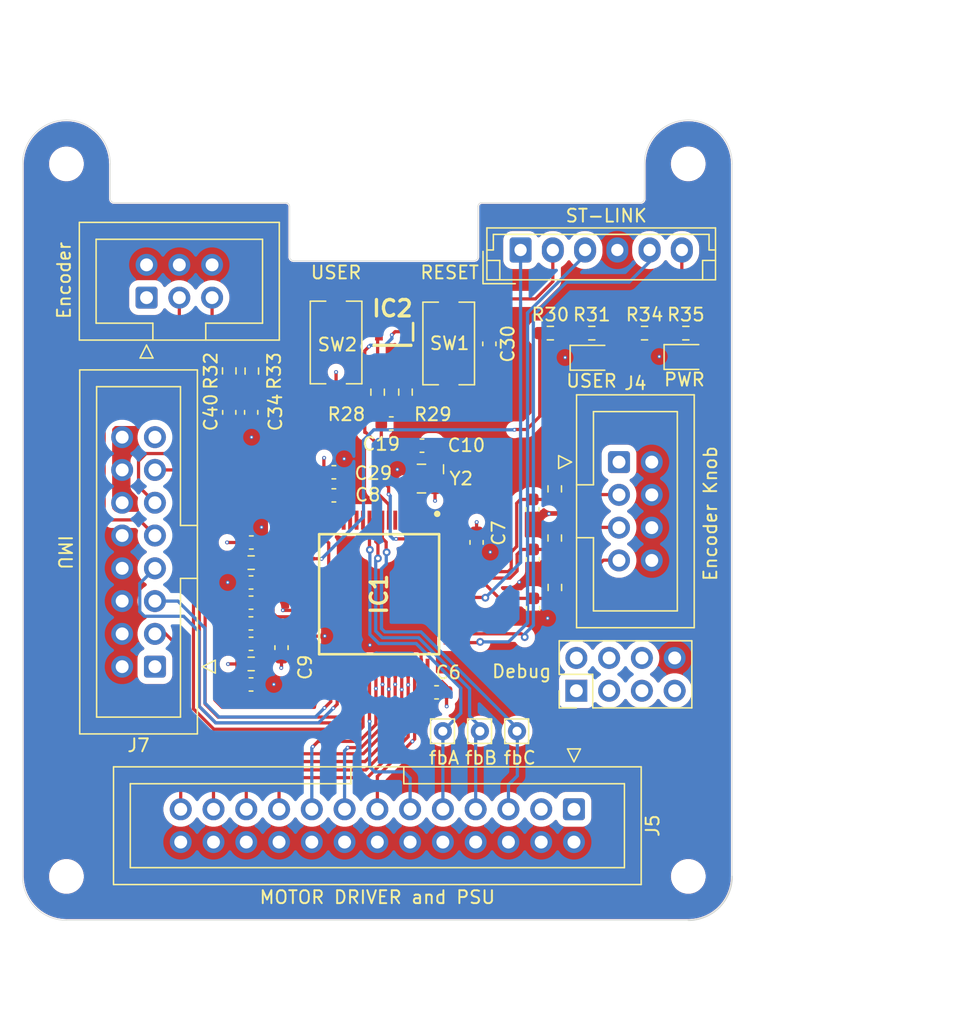
<source format=kicad_pcb>
(kicad_pcb (version 20241229) (generator "pcbnew") (generator_version "9.0")
  (layers (0 "F.Cu" signal) (4 "In1.Cu" signal) (6 "In2.Cu" signal) (2 "B.Cu" signal) (13 "F.Paste" user) (15 "B.Paste" user) (5 "F.SilkS" user "F.Silkscreen") (7 "B.SilkS" user "B.Silkscreen") (1 "F.Mask" user) (3 "B.Mask" user) (25 "Edge.Cuts" user))
  (net 0 "")
  (net 1 "GND")
  (net 2 "VDD")
  (net 3 "VDDA")
  (net 4 "VREF+")
  (net 5 "USER")
  (net 6 "NRST")
  (net 7 "/Connector and Sensor/Encoder1 B")
  (net 8 "/Connector and Sensor/Encoder2 B")
  (net 9 "/Connector and Sensor/Encoder2 A")
  (net 10 "/Connector and Sensor/Button")
  (net 11 "/Connector and Sensor/Encoder1 A")
  (net 12 "Net-(D4-A)")
  (net 13 "/Connector and Sensor/TIM1_CH3")
  (net 15 "/Connector and Sensor/IMU_MISO")
  (net 16 "/Connector and Sensor/NFAULT")
  (net 17 "SWCLK")
  (net 18 "/Connector and Sensor/Vcurrfdbk_B")
  (net 20 "LED")
  (net 31 "/Connector and Sensor/Vcurrfdbk_C")
  (net 34 "/Connector and Sensor/IMU_INT1")
  (net 35 "SWDIO")
  (net 36 "/Connector and Sensor/NSLEEP")
  (net 37 "/Connector and Sensor/IMU_SCLK")
  (net 38 "/Connector and Sensor/IMU_MOSI")
  (net 43 "/Connector and Sensor/TIM1_CH2")
  (net 45 "/Connector and Sensor/TIM1_CH3N")
  (net 46 "OSC")
  (net 47 "/Connector and Sensor/TIM1_CH2N")
  (net 48 "/Connector and Sensor/TIM1_CH1N")
  (net 49 "/Connector and Sensor/IMU_INT2")
  (net 52 "/Connector and Sensor/TIM1_CH1")
  (net 56 "/Connector and Sensor/Vcurrfdbk_A")
  (net 57 "/Connector and Sensor/IMU_CS")
  (net 58 "SWO")
  (net 59 "Net-(IC2-K2)")
  (net 60 "Net-(J3-Pin_3)")
  (net 61 "Net-(J3-Pin_5)")
  (net 62 "+5V")
  (net 63 "Net-(J4-Pin_3)")
  (net 64 "Net-(J4-Pin_7)")
  (net 65 "Net-(J4-Pin_5)")
  (net 67 "Net-(R30-Pad2)")
  (net 69 "Net-(D5-A)")
  (net 70 "Net-(R34-Pad2)")
  (footprint "Connector_IDC:IDC-Header_2x04_P2.54mm_Vertical" (layer "F.Cu") (at 146.33 85.5)
    (property "Reference" "J4")
    (property "Value" "Encoder2")
  )
  (footprint "Resistor_SMD:R_0603_1608Metric" (layer "F.Cu") (at 141.35 91.385 90)
    (property "Reference" "R37" (hide yes))
    (property "Value" "1k")
  )
  (footprint "Capacitor_SMD:C_0603_1608Metric" (layer "F.Cu") (at 116.12 81.65 90)
    (property "Reference" "C40")
    (property "Value" "1.5nF")
  )
  (footprint "Oscillator:Oscillator_SMD_SeikoEpson_TG2520SMN-xxx-xxxxxx-4Pin_2.5x2.0mm" (layer "F.Cu") (at 131.02 86.78 -90)
    (property "Reference" "Y2")
    (property "Value" "TG2520SMN-32.0Mhz")
  )
  (footprint "MountingHole:MountingHole_2.5mm" (layer "F.Cu") (at 151.7 117.6)
    (property "Reference" "H2" (hide yes))
    (property "Value" "MountingHole")
  )
  (footprint "Button_Switch_SMD:SW_Tactile_SPST_NO_Straight_CK_PTS636Sx25SMTRLFS" (layer "F.Cu") (at 133.13 76.31 90)
    (property "Reference" "SW1")
    (property "Value" "SW_Push")
  )
  (footprint "Capacitor_SMD:C_0603_1608Metric" (layer "F.Cu") (at 120.17 99.875 -90)
    (property "Reference" "C9")
    (property "Value" "0.1uF")
  )
  (footprint "Capacitor_SMD:C_0603_1608Metric" (layer "F.Cu") (at 135.29 91.725 90)
    (property "Reference" "C7")
    (property "Value" "0.1uF")
  )
  (footprint "Capacitor_SMD:C_0603_1608Metric" (layer "F.Cu") (at 139.67 96.835 90)
    (property "Reference" "C37" (hide yes))
    (property "Value" "1.5nF")
  )
  (footprint "Resistor_SMD:R_0603_1608Metric" (layer "F.Cu") (at 141.01 75.51)
    (property "Reference" "R30")
    (property "Value" "3.6")
  )
  (footprint "Capacitor_SMD:C_0603_1608Metric" (layer "F.Cu") (at 124.23 88.08 180)
    (property "Reference" "C8")
    (property "Value" "0.1uF")
  )
  (footprint "MountingHole:MountingHole_2.5mm" (layer "F.Cu") (at 103.5 117.6)
    (property "Reference" "H1" (hide yes))
    (property "Value" "MountingHole")
  )
  (footprint "Capacitor_SMD:C_0603_1608Metric" (layer "F.Cu") (at 128.68 82.51)
    (property "Reference" "C19")
    (property "Value" "0.1uF")
  )
  (footprint "Connector_IDC:IDC-Header_2x08_P2.54mm_Vertical" (layer "F.Cu") (at 110.36 101.35 180)
    (property "Reference" "J7")
    (property "Value" "IMU")
  )
  (footprint "Capacitor_SMD:C_0603_1608Metric" (layer "F.Cu") (at 139.65 93.045 90)
    (property "Reference" "C36" (hide yes))
    (property "Value" "1.5nF")
  )
  (footprint "Capacitor_SMD:C_0603_1608Metric" (layer "F.Cu") (at 131.06 84.23 180)
    (property "Reference" "C10")
    (property "Value" "0.1uF")
  )
  (footprint "Capacitor_SMD:C_0603_1608Metric" (layer "F.Cu") (at 124.23 86.29 180)
    (property "Reference" "C29")
    (property "Value" "10uF")
  )
  (footprint "MountingHole:MountingHole_2.5mm" (layer "F.Cu") (at 103.5 62.4)
    (property "Reference" "H4" (hide yes))
    (property "Value" "MountingHole")
  )
  (footprint "Resistor_SMD:R_0603_1608Metric" (layer "F.Cu") (at 117.82 93.29)
    (property "Reference" "L3" (hide yes))
    (property "Value" "L_Ferrite 600R@100MHz")
  )
  (footprint "Capacitor_SMD:C_0603_1608Metric" (layer "F.Cu") (at 117.83 91.73)
    (property "Reference" "C16" (hide yes))
    (property "Value" "0.1uF")
  )
  (footprint "Resistor_SMD:R_0603_1608Metric" (layer "F.Cu") (at 151.51 75.51)
    (property "Reference" "R35")
    (property "Value" "3.6")
  )
  (footprint "Capacitor_SMD:C_0603_1608Metric" (layer "F.Cu") (at 132.19 103.34)
    (property "Reference" "C6")
    (property "Value" "0.1uF")
  )
  (footprint "Connector_PinHeader_2.54mm:PinHeader_2x04_P2.54mm_Vertical" (layer "F.Cu") (at 143.025 103.215 90)
    (property "Reference" "J1" (hide yes))
    (property "Value" "Conn_02x04_Top_Bottom")
  )
  (footprint "Capacitor_SMD:C_0603_1608Metric" (layer "F.Cu") (at 136.28 76.34 -90)
    (property "Reference" "C30")
    (property "Value" "0.1uF")
  )
  (footprint "Connector_JST:JST_EH_B6B-EH-A_1x06_P2.50mm_Vertical" (layer "F.Cu") (at 138.7 69.07)
    (property "Reference" "J2" (hide yes))
    (property "Value" "ST-Link")
  )
  (footprint "LED_SMD:LED_0805_2012Metric" (layer "F.Cu") (at 151.51 77.36)
    (property "Reference" "D5" (hide yes))
    (property "Value" "Red LED")
  )
  (footprint "LED_SMD:LED_0805_2012Metric" (layer "F.Cu") (at 144.2275 77.42)
    (property "Reference" "D4" (hide yes))
    (property "Value" "Red LED")
  )
  (footprint "Connector_IDC:IDC-Header_2x13_P2.54mm_Vertical" (layer "F.Cu") (at 142.84 112.4 -90)
    (property "Reference" "J5")
    (property "Value" "Conn_02x13_Odd_Even")
  )
  (footprint "Capacitor_SMD:C_0603_1608Metric" (layer "F.Cu") (at 117.81 94.83 180)
    (property "Reference" "C17" (hide yes))
    (property "Value" "0.1uF")
  )
  (footprint "SamacSys_Parts:QFP50P1200X1200X160-64N" (layer "F.Cu") (at 127.738 95.738 -90)
    (property "Reference" "IC1")
    (property "Value" "STM32G474RET6" (hide yes))
  )
  (footprint "Connector_IDC:IDC-Header_2x03_P2.54mm_Vertical" (layer "F.Cu") (at 109.71 72.76 90)
    (property "Reference" "J3" (hide yes))
    (property "Value" "Encoder1")
  )
  (footprint "Resistor_SMD:R_0603_1608Metric" (layer "F.Cu") (at 141.36 95.215 90)
    (property "Reference" "R38" (hide yes))
    (property "Value" "1k")
  )
  (footprint "Resistor_SMD:R_0603_1608Metric" (layer "F.Cu") (at 148.31 75.51)
    (property "Reference" "R34")
    (property "Value" "3.6")
  )
  (footprint "Connector_Pin:Pin_D0.7mm_L6.5mm_W1.8mm_FlatFork" (layer "F.Cu") (at 138.425 106.35)
    (property "Reference" "TP1" (hide yes))
    (property "Value" "TestPoint_Probe")
  )
  (footprint "Resistor_SMD:R_0603_1608Metric" (layer "F.Cu") (at 116.12 78.435 90)
    (property "Reference" "R32")
    (property "Value" "1k")
  )
  (footprint "Resistor_SMD:R_0603_1608Metric" (layer "F.Cu") (at 127.62 80.085 90)
    (property "Reference" "R28")
    (property "Value" "330")
  )
  (footprint "Resistor_SMD:R_0603_1608Metric" (layer "F.Cu") (at 141.35 87.575 90)
    (property "Reference" "R36" (hide yes))
    (property "Value" "1k")
  )
  (footprint "Capacitor_SMD:C_0603_1608Metric" (layer "F.Cu") (at 117.81 99.58 180)
    (property "Reference" "C14" (hide yes))
    (property "Value" "0.1uF")
  )
  (footprint "Capacitor_SMD:C_0603_1608Metric" (layer "F.Cu") (at 139.62 89.17 90)
    (property "Reference" "C35" (hide yes))
    (property "Value" "1.5nF")
  )
  (footprint "SamacSys_Parts:SOT105P242X150-3N" (layer "F.Cu") (at 128.77 76.455 -90)
    (property "Reference" "IC2")
    (property "Value" "ESDA6V1L" (hide yes))
  )
  (footprint "Resistor_SMD:R_0603_1608Metric" (layer "F.Cu") (at 144.22 75.51)
    (property "Reference" "R31")
    (property "Value" "3.6")
  )
  (footprint "Connector_Pin:Pin_D0.7mm_L6.5mm_W1.8mm_FlatFork" (layer "F.Cu") (at 135.55 106.35)
    (property "Reference" "TP2" (hide yes))
    (property "Value" "TestPoint_Probe")
  )
  (footprint "Resistor_SMD:R_0603_1608Metric" (layer "F.Cu") (at 129.78 80.08 90)
    (property "Reference" "R29")
    (property "Value" "100k")
  )
  (footprint "Connector_Pin:Pin_D0.7mm_L6.5mm_W1.8mm_FlatFork" (layer "F.Cu") (at 132.675 106.35)
    (property "Reference" "TP3" (hide yes))
    (property "Value" "TestPoint_Probe")
  )
  (footprint "Button_Switch_SMD:SW_Tactile_SPST_NO_Straight_CK_PTS636Sx25SMTRLFS" (layer "F.Cu") (at 124.4 76.235 -90)
    (property "Reference" "SW2")
    (property "Value" "SW_Push")
  )
  (footprint "Capacitor_SMD:C_0603_1608Metric" (layer "F.Cu") (at 117.81 96.39 180)
    (property "Reference" "C18" (hide yes))
    (property "Value" "1uF")
  )
  (footprint "Capacitor_SMD:C_0603_1608Metric" (layer "F.Cu") (at 117.81 102.73)
    (property "Reference" "C13" (hide yes))
    (property "Value" "0.1uF")
  )
  (footprint "Capacitor_SMD:C_0603_1608Metric" (layer "F.Cu") (at 117.8 98 180)
    (property "Reference" "C15" (hide yes))
    (property "Value" "1uF")
  )
  (footprint "Resistor_SMD:R_0603_1608Metric" (layer "F.Cu") (at 117.87 78.45 90)
    (property "Reference" "R33")
    (property "Value" "1k")
  )
  (footprint "Resistor_SMD:R_0603_1608Metric" (layer "F.Cu") (at 117.82 101.14)
    (property "Reference" "L4" (hide yes))
    (property "Value" "L_Ferrite 600R@100MHz")
  )
  (footprint "MountingHole:MountingHole_2.5mm" (layer "F.Cu") (at 151.6958 62.4)
    (property "Reference" "H3" (hide yes))
    (property "Value" "MountingHole")
  )
  (footprint "Capacitor_SMD:C_0603_1608Metric" (layer "F.Cu") (at 117.82 81.65 90)
    (property "Reference" "C34")
    (property "Value" "1.5nF")
  )
  (gr_line (start 107.2 65.4) (end 120.5 65.4) (stroke (width 0.05)) (layer "Edge.Cuts"))
  (gr_line (start 148.3 62.4) (end 148.3 65.1) (stroke (width 0.05)) (layer "Edge.Cuts"))
  (gr_line (start 121.1 69.9) (end 135.1 69.9) (stroke (width 0.05)) (layer "Edge.Cuts"))
  (gr_arc (start 151.7 59) (mid 154.104163 59.995837) (end 155.1 62.4) (stroke (width 0.05)) (layer "Edge.Cuts"))
  (gr_line (start 106.9 62.4) (end 106.9 65.1) (stroke (width 0.05)) (layer "Edge.Cuts"))
  (gr_arc (start 107.2 65.4) (mid 106.987868 65.312132) (end 106.9 65.1) (stroke (width 0.05)) (layer "Edge.Cuts"))
  (gr_arc (start 155.1 117.6) (mid 154.104163 120.004163) (end 151.7 121) (stroke (width 0.1)) (layer "Edge.Cuts"))
  (gr_line (start 120.8 65.7) (end 120.8 69.6) (stroke (width 0.05)) (layer "Edge.Cuts"))
  (gr_arc (start 148.3 65.1) (mid 148.212132 65.312132) (end 148 65.4) (stroke (width 0.05)) (layer "Edge.Cuts"))
  (gr_line (start 100.1 62.4) (end 100.1 117.6) (stroke (width 0.05)) (layer "Edge.Cuts"))
  (gr_arc (start 148.3 62.4) (mid 149.295837 59.995837) (end 151.7 59) (stroke (width 0.05)) (layer "Edge.Cuts"))
  (gr_arc (start 100.1 62.4) (mid 101.095837 59.995837) (end 103.5 59) (stroke (width 0.05)) (layer "Edge.Cuts"))
  (gr_line (start 135.7 65.4) (end 148 65.4) (stroke (width 0.05)) (layer "Edge.Cuts"))
  (gr_arc (start 120.5 65.4) (mid 120.712132 65.487868) (end 120.8 65.7) (stroke (width 0.05)) (layer "Edge.Cuts"))
  (gr_line (start 103.5 121) (end 151.7 121) (stroke (width 0.05)) (layer "Edge.Cuts"))
  (gr_arc (start 103.5 59) (mid 105.904163 59.995837) (end 106.9 62.4) (stroke (width 0.05)) (layer "Edge.Cuts"))
  (gr_line (start 155.1 117.6) (end 155.1 62.4) (stroke (width 0.05)) (layer "Edge.Cuts"))
  (gr_arc (start 103.5 121) (mid 101.095837 120.004163) (end 100.1 117.6) (stroke (width 0.05)) (layer "Edge.Cuts"))
  (gr_line (start 135.4 69.6) (end 135.4 65.7) (stroke (width 0.05)) (layer "Edge.Cuts"))
  (gr_arc (start 121.1 69.9) (mid 120.887868 69.812132) (end 120.8 69.6) (stroke (width 0.05)) (layer "Edge.Cuts"))
  (gr_arc (start 135.4 69.6) (mid 135.312132 69.812132) (end 135.1 69.9) (stroke (width 0.05)) (layer "Edge.Cuts"))
  (gr_arc (start 135.4 65.7) (mid 135.487868 65.487868) (end 135.7 65.4) (stroke (width 0.05)) (layer "Edge.Cuts"))
  (gr_text "fbC" (at 137.3 109 0) (layer "F.SilkS") (effects (font (size 1 1)) (justify left bottom)))
  (gr_text "RESET" (at 133.2 71.4 0) (layer "F.SilkS") (effects (font (size 1 1)) (justify bottom)))
  (gr_text "Encoder Knob" (at 154 94.8 90) (layer "F.SilkS") (effects (font (size 1 1)) (justify left bottom)))
  (gr_text "IMU" (at 102.8 92.5 270) (layer "F.SilkS") (effects (font (size 1 1)) (justify bottom)))
  (gr_text "PWR" (at 151.4 79.7 0) (layer "F.SilkS") (effects (font (size 1 1)) (justify bottom)))
  (gr_text "ST-LINK" (at 142.1 67 0) (layer "F.SilkS") (effects (font (size 1 1)) (justify left bottom)))
  (gr_text "fbA" (at 131.5 109 0) (layer "F.SilkS") (effects (font (size 1 1)) (justify left bottom)))
  (gr_text "Debug" (at 136.4 102.3 0) (layer "F.SilkS") (effects (font (size 1 1)) (justify left bottom)))
  (gr_text "USER" (at 144.2 79.8 0) (layer "F.SilkS") (effects (font (size 1 1)) (justify bottom)))
  (gr_text "MOTOR DRIVER and PSU" (at 127.6 119.8 0) (layer "F.SilkS") (effects (font (size 1 1)) (justify bottom)))
  (gr_text "fbB" (at 134.3 109 0) (layer "F.SilkS") (effects (font (size 1 1)) (justify left bottom)))
  (gr_text "USER" (at 124.4 71.4 0) (layer "F.SilkS") (effects (font (size 1 1)) (justify bottom)))
  (gr_text "Encoder" (at 103.9 74.5 90) (layer "F.SilkS") (effects (font (size 1 1)) (justify left bottom)))
  (segment (start 133.13 78.75) (end 133.13 80.185) (width 0.25) (layer "F.Cu") (net 1))
  (segment (start 135.278 92.488) (end 135.29 92.5) (width 0.25) (layer "F.Cu") (net 1))
  (segment (start 130.615 80.185) (end 133.13 80.185) (width 0.25) (layer "F.Cu") (net 1))
  (segment (start 131.415 103.145) (end 130.98 102.71) (width 0.25) (layer "F.Cu") (net 1))
  (segment (start 129.97 86.08) (end 129.97 84.545) (width 0.25) (layer "F.Cu") (net 1))
  (segment (start 123.512 98.988) (end 123.525 98.975) (width 0.25) (layer "F.Cu") (net 1))
  (segment (start 129.455 81.23) (end 129.78 80.905) (width 0.25) (layer "F.Cu") (net 1))
  (segment (start 130.988 102.702) (end 130.98 102.694) (width 0.25) (layer "F.Cu") (net 1))
  (segment (start 133.476 92.488) (end 135.278 92.488) (width 0.25) (layer "F.Cu") (net 1))
  (segment (start 129.455 82.51) (end 129.455 81.23) (width 0.25) (layer "F.Cu") (net 1))
  (segment (start 139.58 93.82) (end 138.6 94.8) (width 0.25) (layer "F.Cu") (net 1))
  (segment (start 118.605 91.73) (end 118.605 90.57) (width 0.25) (layer "F.Cu") (net 1))
  (segment (start 120.288 96.988) (end 120.275 96.975) (width 0.25) (layer "F.Cu") (net 1))
  (segment (start 142.17 77.42) (end 142.15 77.4) (width 0.25) (layer "F.Cu") (net 1))
  (segment (start 116.005 94.83) (end 116 94.825) (width 0.25) (layer "F.Cu") (net 1))
  (segment (start 130.285 84.23) (end 130.285 83.34) (width 0.25) (layer "F.Cu") (net 1))
  (segment (start 135.555 80.185) (end 136.28 79.46) (width 0.25) (layer "F.Cu") (net 1))
  (segment (start 130.285 83.34) (end 129.455 82.51) (width 0.25) (layer "F.Cu") (net 1))
  (segment (start 131.415 103.34) (end 131.415 103.145) (width 0.25) (layer "F.Cu") (net 1))
  (segment (start 129.97 86.08) (end 129.155 86.08) (width 0.25) (layer "F.Cu") (net 1))
  (segment (start 117.035 94.83) (end 116.005 94.83) (width 0.25) (layer "F.Cu") (net 1))
  (segment (start 119.57 102.73) (end 119.575 102.725) (width 0.25) (layer "F.Cu") (net 1))
  (segment (start 122 96.988) (end 120.288 96.988) (width 0.25) (layer "F.Cu") (net 1))
  (segment (start 149.45 77.325) (end 149.485 77.36) (width 0.25) (layer "F.Cu") (net 1))
  (segment (start 122 98.988) (end 123.512 98.988) (width 0.25) (layer "F.Cu") (net 1))
  (segment (start 124.488 90) (end 124.488 88.597) (width 0.25) (layer "F.Cu") (net 1))
  (segment (start 130.988 100.138) (end 130.8 99.95) (width 0.25) (layer "F.Cu") (net 1))
  (segment (start 117.035 96.39) (end 117.035 94.83) (width 0.25) (layer "F.Cu") (net 1))
  (segment (start 135.29 92.5) (end 136.325 92.5) (width 0.25) (layer "F.Cu") (net 1))
  (segment (start 139.62 89.88) (end 140 89.5) (width 0.25) (layer "F.Cu") (net 1))
  (segment (start 136.28 79.46) (end 136.28 77.115) (width 0.25) (layer "F.Cu") (net 1))
  (segment (start 133.15 78.73) (end 133.13 78.75) (width 0.25) (layer "F.Cu") (net 1))
  (segment (start 117.82 83.545) (end 117.85 83.575) (width 0.25) (layer "F.Cu") (net 1))
  (segment (start 130.8 99.95) (end 130.125 99.95) (width 0.25) (layer "F.Cu") (net 1))
  (segment (start 128.77 77.505) (end 131.925 77.505) (width 0.25) (layer "F.Cu") (net 1))
  (segment (start 130.988 101.476) (end 130.988 100.138) (width 0.25) (layer "F.Cu") (net 1))
  (segment (start 130.98 102.694) (end 130.98 101.484) (width 0.25) (layer "F.Cu") (net 1))
  (segment (start 120.17 99.1) (end 120.282 98.988) (width 0.25) (layer "F.Cu") (net 1))
  (segment (start 133.13 80.185) (end 135.555 80.185) (width 0.25) (layer "F.Cu") (net 1))
  (segment (start 117.035 99.58) (end 117.035 98.01) (width 0.25) (layer "F.Cu") (net 1))
  (segment (start 125.005 85.27) (end 125.025 85.25) (width 0.25) (layer "F.Cu") (net 1))
  (segment (start 130.125 99.95) (end 127.3 99.95) (width 0.25) (layer "F.Cu") (net 1))
  (segment (start 116.12 82.425) (end 117.82 82.425) (width 0.25) (layer "F.Cu") (net 1))
  (segment (start 143.29 77.42) (end 142.17 77.42) (width 0.25) (layer "F.Cu") (net 1))
  (segment (start 139.65 93.82) (end 139.58 93.82) (width 0.25) (layer "F.Cu") (net 1))
  (segment (start 149.485 77.36) (end 150.5725 77.36) (width 0.25) (layer "F.Cu") (net 1))
  (segment (start 118.605 90.57) (end 118.625 90.55) (width 0.25) (layer "F.Cu") (net 1))
  (segment (start 117.035 98.01) (end 117.025 98) (width 0.25) (layer "F.Cu") (net 1))
  (segment (start 129.97 84.545) (end 130.285 84.23) (width 0.25) (layer "F.Cu") (net 1))
  (segment (start 139.67 97.61) (end 140.79 97.61) (width 0.25) (layer "F.Cu") (net 1))
  (segment (start 117.025 96.4) (end 117.035 96.39) (width 0.25) (layer "F.Cu") (net 1))
  (segment (start 139.62 89.945) (end 139.62 89.88) (width 0.25) (layer "F.Cu") (net 1))
  (segment (start 136.325 92.5) (end 136.35 92.475) (width 0.25) (layer "F.Cu") (net 1))
  (segment (start 117.025 98) (end 117.025 96.4) (width 0.25) (layer "F.Cu") (net 1))
  (segment (start 127.3 99.95) (end 127.025 99.675) (width 0.25) (layer "F.Cu") (net 1))
  (segment (start 118.585 102.73) (end 119.57 102.73) (width 0.25) (layer "F.Cu") (net 1))
  (segment (start 140.79 97.61) (end 140.8 97.6) (width 0.25) (layer "F.Cu") (net 1))
  (segment (start 120.282 98.988) (end 122 98.988) (width 0.25) (layer "F.Cu") (net 1))
  (segment (start 130.98 101.484) (end 130.988 101.476) (width 0.25) (layer "F.Cu") (net 1))
  (segment (start 125.005 88.08) (end 125.005 86.29) (width 0.25) (layer "F.Cu") (net 1))
  (segment (start 129.155 86.08) (end 129.15 86.075) (width 0.25) (layer "F.Cu") (net 1))
  (segment (start 125.005 86.29) (end 125.005 85.27) (width 0.25) (layer "F.Cu") (net 1))
  (segment (start 117.82 82.425) (end 117.82 83.545) (width 0.25) (layer "F.Cu") (net 1))
  (segment (start 129.78 80.905) (end 129.895 80.905) (width 0.25) (layer "F.Cu") (net 1))
  (segment (start 124.488 88.597) (end 125.005 88.08) (width 0.25) (layer "F.Cu") (net 1))
  (segment (start 140 89.5) (end 140.9 89.5) (width 0.25) (layer "F.Cu") (net 1))
  (segment (start 131.925 77.505) (end 133.15 78.73) (width 0.25) (layer "F.Cu") (net 1))
  (segment (start 129.895 80.905) (end 130.615 80.185) (width 0.25) (layer "F.Cu") (net 1))
  (via (at 136.35 92.475) (size 0.3) (drill 0.15) (layers "F.Cu" "B.Cu") (net 1))
  (via (at 142.15 77.4) (size 0.3) (drill 0.15) (layers "F.Cu" "B.Cu") (net 1))
  (via (at 140.8 97.6) (size 0.3) (drill 0.15) (layers "F.Cu" "B.Cu") (net 1))
  (via (at 119.575 102.725) (size 0.3) (drill 0.15) (layers "F.Cu" "B.Cu") (net 1))
  (via (at 127.025 99.675) (size 0.3) (drill 0.15) (layers "F.Cu" "B.Cu") (net 1))
  (via (at 129.15 86.075) (size 0.3) (drill 0.15) (layers "F.Cu" "B.Cu") (net 1))
  (via (at 117.85 83.575) (size 0.3) (drill 0.15) (layers "F.Cu" "B.Cu") (net 1))
  (via (at 120.275 96.975) (size 0.3) (drill 0.15) (layers "F.Cu" "B.Cu") (net 1))
  (via (at 149.45 77.325) (size 0.3) (drill 0.15) (layers "F.Cu" "B.Cu") (net 1))
  (via (at 123.525 98.975) (size 0.3) (drill 0.15) (layers "F.Cu" "B.Cu") (net 1))
  (via (at 125.025 85.25) (size 0.3) (drill 0.15) (layers "F.Cu" "B.Cu") (net 1))
  (via (at 140.9 89.5) (size 0.3) (drill 0.15) (layers "F.Cu" "B.Cu") (net 1))
  (via (at 138.6 94.8) (size 0.3) (drill 0.15) (layers "F.Cu" "B.Cu") (net 1))
  (via (at 118.625 90.55) (size 0.3) (drill 0.15) (layers "F.Cu" "B.Cu") (net 1))
  (via (at 116 94.825) (size 0.3) (drill 0.15) (layers "F.Cu" "B.Cu") (net 1))
  (segment (start 131.835 84.23) (end 132.67 84.23) (width 0.25) (layer "F.Cu") (net 2))
  (segment (start 123.455 86.29) (end 123.455 85.195) (width 0.25) (layer "F.Cu") (net 2))
  (segment (start 117.055 93.23) (end 116.995 93.29) (width 0.25) (layer "F.Cu") (net 2))
  (segment (start 132.67 84.23) (end 133.07 84.63) (width 0.25) (layer "F.Cu") (net 2))
  (segment (start 117.035 102.73) (end 117.035 101.18) (width 0.25) (layer "F.Cu") (net 2))
  (segment (start 150.7 73.05) (end 151.025 72.725) (width 0.25) (layer "F.Cu") (net 2))
  (segment (start 131.68 102.5) (end 131.488 102.308) (width 0.25) (layer "F.Cu") (net 2))
  (segment (start 132.07 88.5) (end 132.07 87.48) (width 0.25) (layer "F.Cu") (net 2))
  (segment (start 123.988 90) (end 123.988 88.613) (width 0.25) (layer "F.Cu") (net 2))
  (segment (start 123.455 88.08) (end 123.455 86.29) (width 0.25) (layer "F.Cu") (net 2))
  (segment (start 116.035 101.14) (end 116.025 101.15) (width 0.25) (layer "F.Cu") (net 2))
  (segment (start 117.035 101.18) (end 116.995 101.14) (width 0.25) (layer "F.Cu") (net 2))
  (segment (start 132.965 104.415) (end 132.975 104.425) (width 0.25) (layer "F.Cu") (net 2))
  (segment (start 133.07 87.16) (end 132.75 87.48) (width 0.25) (layer "F.Cu") (net 2))
  (segment (start 124.4 80.11) (end 124.4 78.525) (width 0.25) (layer "F.Cu") (net 2))
  (segment (start 120.17 100.65) (end 120.17 101.43) (width 0.25) (layer "F.Cu") (net 2))
  (segment (start 135.29 90.16) (end 135.3 90.15) (width 0.25) (layer "F.Cu") (net 2))
  (segment (start 147.485 75.51) (end 147.485 73.765) (width 0.25) (layer "F.Cu") (net 2))
  (segment (start 134.252 91.988) (end 135.29 90.95) (width 0.25) (layer "F.Cu") (net 2))
  (segment (start 135.29 90.95) (end 135.29 90.16) (width 0.25) (layer "F.Cu") (net 2))
  (segment (start 117.055 91.73) (end 115.955 91.73) (width 0.25) (layer "F.Cu") (net 2))
  (segment (start 120.17 100.65) (end 120.838 100.65) (width 0.25) (layer "F.Cu") (net 2))
  (segment (start 132.6 102.5) (end 131.68 102.5) (width 0.25) (layer "F.Cu") (net 2))
  (segment (start 123.988 88.613) (end 123.455 88.08) (width 0.25) (layer "F.Cu") (net 2))
  (segment (start 132.965 103.34) (end 132.965 104.415) (width 0.25) (layer "F.Cu") (net 2))
  (segment (start 132.965 103.34) (end 132.965 102.865) (width 0.25) (layer "F.Cu") (net 2))
  (segment (start 147.485 73.765) (end 148.2 73.05) (width 0.25) (layer "F.Cu") (net 2))
  (segment (start 133.476 91.988) (end 134.252 91.988) (width 0.25) (layer "F.Cu") (net 2))
  (segment (start 115.955 91.73) (end 115.95 91.725) (width 0.25) (layer "F.Cu") (net 2))
  (segment (start 116.995 101.14) (end 116.035 101.14) (width 0.25) (layer "F.Cu") (net 2))
  (segment (start 132.965 102.865) (end 132.6 102.5) (width 0.25) (layer "F.Cu") (net 2))
  (segment (start 151.2 72.575) (end 151.2 69.07) (width 0.25) (layer "F.Cu") (net 2))
  (segment (start 131.488 102.308) (end 131.488 101.476) (width 0.25) (layer "F.Cu") (net 2))
  (segment (start 151.025 72.725) (end 151.05 72.725) (width 0.25) (layer "F.Cu") (net 2))
  (segment (start 151.05 72.725) (end 151.2 72.575) (width 0.25) (layer "F.Cu") (net 2))
  (segment (start 148.2 73.05) (end 150.7 73.05) (width 0.25) (layer "F.Cu") (net 2))
  (segment (start 123.455 85.195) (end 123.475 85.175) (width 0.25) (layer "F.Cu") (net 2))
  (segment (start 117.055 91.73) (end 117.055 93.23) (width 0.25) (layer "F.Cu") (net 2))
  (segment (start 133.07 84.63) (end 133.07 87.16) (width 0.25) (layer "F.Cu") (net 2))
  (segment (start 120.838 100.65) (end 122 99.488) (width 0.25) (layer "F.Cu") (net 2))
  (segment (start 132.75 87.48) (end 132.07 87.48) (width 0.25) (layer "F.Cu") (net 2))
  (segment (start 120.17 101.43) (end 120.15 101.45) (width 0.25) (layer "F.Cu") (net 2))
  (via (at 115.95 91.725) (size 0.3) (drill 0.15) (layers "F.Cu" "B.Cu") (net 2))
  (via (at 120.15 101.45) (size 0.3) (drill 0.15) (layers "F.Cu" "B.Cu") (net 2))
  (via (at 135.3 90.15) (size 0.3) (drill 0.15) (layers "F.Cu" "B.Cu") (net 2))
  (via (at 124.4 78.525) (size 0.3) (drill 0.15) (layers "F.Cu" "B.Cu") (net 2))
  (via (at 132.975 104.425) (size 0.3) (drill 0.15) (layers "F.Cu" "B.Cu") (net 2))
  (via (at 116.025 101.15) (size 0.3) (drill 0.15) (layers "F.Cu" "B.Cu") (net 2))
  (via (at 132.07 88.5) (size 0.3) (drill 0.15) (layers "F.Cu" "B.Cu") (net 2))
  (via (at 123.475 85.175) (size 0.3) (drill 0.15) (layers "F.Cu" "B.Cu") (net 2))
  (segment (start 121.988 98) (end 122 97.988) (width 0.25) (layer "F.Cu") (net 3))
  (segment (start 118.575 98) (end 121.988 98) (width 0.25) (layer "F.Cu") (net 3))
  (segment (start 118.645 101.14) (end 118.645 99.64) (width 0.25) (layer "F.Cu") (net 3))
  (segment (start 118.585 99.58) (end 118.585 98.01) (width 0.25) (layer "F.Cu") (net 3))
  (segment (start 118.585 98.01) (end 118.575 98) (width 0.25) (layer "F.Cu") (net 3))
  (segment (start 118.645 99.64) (end 118.585 99.58) (width 0.25) (layer "F.Cu") (net 3))
  (segment (start 119.908 97.488) (end 122 97.488) (width 0.25) (layer "F.Cu") (net 4))
  (segment (start 119.17 96.39) (end 119.52 96.74) (width 0.25) (layer "F.Cu") (net 4))
  (segment (start 119.52 97.22) (end 119.788 97.488) (width 0.25) (layer "F.Cu") (net 4))
  (segment (start 118.585 94.83) (end 118.585 93.35) (width 0.25) (layer "F.Cu") (net 4))
  (segment (start 118.585 96.39) (end 119.17 96.39) (width 0.25) (layer "F.Cu") (net 4))
  (segment (start 119.52 96.74) (end 119.52 97.22) (width 0.25) (layer "F.Cu") (net 4))
  (segment (start 119.788 97.488) (end 119.908 97.488) (width 0.25) (layer "F.Cu") (net 4))
  (segment (start 118.585 96.39) (end 118.585 94.83) (width 0.25) (layer "F.Cu") (net 4))
  (segment (start 118.585 93.35) (end 118.645 93.29) (width 0.25) (layer "F.Cu") (net 4))
  (segment (start 130.725 91.45) (end 129.05 91.45) (width 0.25) (layer "F.Cu") (net 5))
  (segment (start 130.988 90) (end 130.988 91.187) (width 0.25) (layer "F.Cu") (net 5))
  (segment (start 128.475 87.45) (end 127.905 86.88) (width 0.25) (layer "F.Cu") (net 5))
  (segment (start 127.905 86.88) (end 127.905 82.51) (width 0.25) (layer "F.Cu") (net 5))
  (segment (start 128.475 88) (end 128.475 87.45) (width 0.25) (layer "F.Cu") (net 5))
  (segment (start 130.988 91.187) (end 130.725 91.45) (width 0.25) (layer "F.Cu") (net 5))
  (segment (start 127.62 80.91) (end 127.62 82.225) (width 0.25) (layer "F.Cu") (net 5))
  (segment (start 127.62 82.225) (end 127.905 82.51) (width 0.25) (layer "F.Cu") (net 5))
  (via (at 128.475 88) (size 0.3) (drill 0.15) (layers "F.Cu" "B.Cu") (net 5))
  (via (at 129.05 91.45) (size 0.3) (drill 0.15) (layers "F.Cu" "B.Cu") (net 5))
  (segment (start 128.6 91.225) (end 128.6 88.125) (width 0.25) (layer "B.Cu") (net 5))
  (segment (start 128.825 91.45) (end 128.6 91.225) (width 0.25) (layer "B.Cu") (net 5))
  (segment (start 129.05 91.45) (end 128.825 91.45) (width 0.25) (layer "B.Cu") (net 5))
  (segment (start 128.6 88.125) (end 128.475 88) (width 0.25) (layer "B.Cu") (net 5))
  (segment (start 128.488 88.788) (end 128.2 88.5) (width 0.25) (layer "F.Cu") (net 6))
  (segment (start 133.13 75.11) (end 133.13 72.435) (width 0.25) (layer "F.Cu") (net 6))
  (segment (start 128.488 90) (end 128.488 88.788) (width 0.25) (layer "F.Cu") (net 6))
  (segment (start 132.835 75.405) (end 133.13 75.11) (width 0.25) (layer "F.Cu") (net 6))
  (segment (start 129.815 75.4) (end 129.82 75.405) (width 0.25) (layer "F.Cu") (net 6))
  (segment (start 126.625 83.2) (end 126.625 76.875) (width 0.25) (layer "F.Cu") (net 6))
  (segment (start 136.28 72.86) (end 139.85 72.86) (width 0.25) (layer "F.Cu") (net 6))
  (segment (start 128.725 75.65) (end 128.975 75.4) (width 0.25) (layer "F.Cu") (net 6))
  (segment (start 139.85 72.86) (end 141.21 71.5) (width 0.25) (layer "F.Cu") (net 6))
  (segment (start 127.35 87.65) (end 127.35 83.85) (width 0.25) (layer "F.Cu") (net 6))
  (segment (start 129.82 75.405) (end 132.835 75.405) (width 0.25) (layer "F.Cu") (net 6))
  (segment (start 128.975 75.4) (end 129.815 75.4) (width 0.25) (layer "F.Cu") (net 6))
  (segment (start 126.625 76.875) (end 126.95 76.55) (width 0.25) (layer "F.Cu") (net 6))
  (segment (start 141.21 71.5) (end 141.2 71.49) (width 0.25) (layer "F.Cu") (net 6))
  (segment (start 127.35 83.85) (end 126.7 83.2) (width 0.25) (layer "F.Cu") (net 6))
  (segment (start 136.28 75.565) (end 136.28 72.86) (width 0.25) (layer "F.Cu") (net 6))
  (segment (start 126.7 83.2) (end 126.625 83.2) (width 0.25) (layer "F.Cu") (net 6))
  (segment (start 135.855 72.435) (end 133.13 72.435) (width 0.25) (layer "F.Cu") (net 6))
  (segment (start 141.2 71.49) (end 141.2 69.07) (width 0.25) (layer "F.Cu") (net 6))
  (segment (start 136.28 72.86) (end 135.855 72.435) (width 0.25) (layer "F.Cu") (net 6))
  (segment (start 128.2 88.5) (end 127.35 87.65) (width 0.25) (layer "F.Cu") (net 6))
  (via (at 128.725 75.65) (size 0.3) (drill 0.15) (layers "F.Cu" "B.Cu") (net 6))
  (via (at 126.95 76.55) (size 0.3) (drill 0.15) (layers "F.Cu" "B.Cu") (net 6))
  (segment (start 128.725 75.925) (end 128.725 75.65) (width 0.25) (layer "B.Cu") (net 6))
  (segment (start 127.05 76.45) (end 128.2 76.45) (width 0.25) (layer "B.Cu") (net 6))
  (segment (start 126.95 76.55) (end 127.05 76.45) (width 0.25) (layer "B.Cu") (net 6))
  (segment (start 128.2 76.45) (end 128.725 75.925) (width 0.25) (layer "B.Cu") (net 6))
  (segment (start 117.82 80.875) (end 118.945 80.875) (width 0.25) (layer "F.Cu") (net 7))
  (segment (start 119.65 87.59) (end 123.83 91.77) (width 0.25) (layer "F.Cu") (net 7))
  (segment (start 123.83 93.59) (end 123.432 93.988) (width 0.25) (layer "F.Cu") (net 7))
  (segment (start 117.82 80.875) (end 117.82 79.325) (width 0.25) (layer "F.Cu") (net 7))
  (segment (start 123.83 91.77) (end 123.83 93.59) (width 0.25) (layer "F.Cu") (net 7))
  (segment (start 123.432 93.988) (end 122 93.988) (width 0.25) (layer "F.Cu") (net 7))
  (segment (start 117.82 79.325) (end 117.87 79.275) (width 0.25) (layer "F.Cu") (net 7))
  (segment (start 118.945 80.875) (end 119.65 81.58) (width 0.25) (layer "F.Cu") (net 7))
  (segment (start 119.65 81.58) (end 119.65 87.59) (width 0.25) (layer "F.Cu") (net 7))
  (segment (start 137.976095 93.756095) (end 137.74419 93.988) (width 0.25) (layer "F.Cu") (net 8))
  (segment (start 139.62 88.395) (end 138.695 88.395) (width 0.25) (layer "F.Cu") (net 8))
  (segment (start 137.976095 92.466095) (end 137.976095 93.756095) (width 0.25) (layer "F.Cu") (net 8))
  (segment (start 139.62 88.395) (end 141.345 88.395) (width 0.25) (layer "F.Cu") (net 8))
  (segment (start 138.695 88.395) (end 138.4 88.69) (width 0.25) (layer "F.Cu") (net 8))
  (segment (start 138.4 88.69) (end 138.4 92.04219) (width 0.25) (layer "F.Cu") (net 8))
  (segment (start 141.345 88.395) (end 141.35 88.4) (width 0.25) (layer "F.Cu") (net 8))
  (segment (start 138.4 92.04219) (end 137.976095 92.466095) (width 0.25) (layer "F.Cu") (net 8))
  (segment (start 137.74419 93.988) (end 133.476 93.988) (width 0.25) (layer "F.Cu") (net 8))
  (segment (start 133.476 94.488) (end 137.882 94.488) (width 0.25) (layer "F.Cu") (net 9))
  (segment (start 138.81 92.27) (end 139.65 92.27) (width 0.25) (layer "F.Cu") (net 9))
  (segment (start 137.882 94.488) (end 138.43 93.94) (width 0.25) (layer "F.Cu") (net 9))
  (segment (start 138.43 92.65) (end 138.81 92.27) (width 0.25) (layer "F.Cu") (net 9))
  (segment (start 141.29 92.27) (end 141.35 92.21) (width 0.25) (layer "F.Cu") (net 9))
  (segment (start 139.65 92.27) (end 141.29 92.27) (width 0.25) (layer "F.Cu") (net 9))
  (segment (start 138.43 93.94) (end 138.43 92.65) (width 0.25) (layer "F.Cu") (net 9))
  (segment (start 137.06 96.06) (end 139.67 96.06) (width 0.25) (layer "F.Cu") (net 10))
  (segment (start 141.34 96.06) (end 141.36 96.04) (width 0.25) (layer "F.Cu") (net 10))
  (segment (start 135.988 94.988) (end 137.06 96.06) (width 0.25) (layer "F.Cu") (net 10))
  (segment (start 133.476 94.988) (end 135.988 94.988) (width 0.25) (layer "F.Cu") (net 10))
  (segment (start 139.67 96.06) (end 141.34 96.06) (width 0.25) (layer "F.Cu") (net 10))
  (segment (start 116.12 80.875) (end 116.12 79.26) (width 0.25) (layer "F.Cu") (net 11))
  (segment (start 120.038 93.488) (end 122 93.488) (width 0.25) (layer "F.Cu") (net 11))
  (segment (start 118.93 88.83) (end 119.75 89.65) (width 0.25) (layer "F.Cu") (net 11))
  (segment (start 119.75 93.2) (end 120.038 93.488) (width 0.25) (layer "F.Cu") (net 11))
  (segment (start 116.12 80.875) (end 115.255 80.875) (width 0.25) (layer "F.Cu") (net 11))
  (segment (start 115.44 88.83) (end 118.93 88.83) (width 0.25) (layer "F.Cu") (net 11))
  (segment (start 114.99 88.38) (end 115.44 88.83) (width 0.25) (layer "F.Cu") (net 11))
  (segment (start 119.75 89.65) (end 119.75 93.2) (width 0.25) (layer "F.Cu") (net 11))
  (segment (start 114.99 81.14) (end 114.99 88.38) (width 0.25) (layer "F.Cu") (net 11))
  (segment (start 115.255 80.875) (end 114.99 81.14) (width 0.25) (layer "F.Cu") (net 11))
  (segment (start 145.165 77.42) (end 145.165 75.57) (width 0.25) (layer "F.Cu") (net 12))
  (segment (start 145.165 75.57) (end 145.265 75.47) (width 0.25) (layer "F.Cu") (net 12))
  (segment (start 127.488 103.05) (end 127.488 101.476) (width 0.25) (layer "F.Cu") (net 13))
  (segment (start 122.6 107.55) (end 123.01281 107.13719) (width 0.25) (layer "F.Cu") (net 13))
  (segment (start 127.488 105.83638) (end 127.488 105.71438) (width 0.25) (layer "F.Cu") (net 13))
  (segment (start 123.01281 107.13719) (end 126.18719 107.13719) (width 0.25) (layer "F.Cu") (net 13))
  (segment (start 126.18719 107.13719) (end 127.488 105.83638) (width 0.25) (layer "F.Cu") (net 13))
  (segment (start 127.488 105.71438) (end 127.488 103.05) (width 0.25) (layer "F.Cu") (net 13))
  (via (at 122.6 107.55) (size 0.3) (drill 0.15) (layers "F.Cu" "B.Cu") (net 13))
  (via (at 127.488 103.05) (size 0.3) (drill 0.15) (layers "F.Cu" "B.Cu") (net 13))
  (segment (start 122.52 107.63) (end 122.6 107.55) (width 0.25) (layer "B.Cu") (net 13))
  (segment (start 122.52 112.4) (end 122.52 107.63) (width 0.25) (layer "B.Cu") (net 13))
  (segment (start 113.801 104.43319) (end 115.073905 105.706095) (width 0.25) (layer "F.Cu") (net 15))
  (segment (start 125.488 105.52419) (end 125.488 101.476) (width 0.25) (layer "F.Cu") (net 15))
  (segment (start 111.38 84.84) (end 113.801 87.261) (width 0.25) (layer "F.Cu") (net 15))
  (segment (start 109.67 84.84) (end 111.38 84.84) (width 0.25) (layer "F.Cu") (net 15))
  (segment (start 125.306095 105.706095) (end 125.488 105.52419) (width 0.25) (layer "F.Cu") (net 15))
  (segment (start 109.09 87.38) (end 109.09 85.42) (width 0.25) (layer "F.Cu") (net 15))
  (segment (start 115.073905 105.706095) (end 125.306095 105.706095) (width 0.25) (layer "F.Cu") (net 15))
  (segment (start 113.801 87.261) (end 113.801 104.43319) (width 0.25) (layer "F.Cu") (net 15))
  (segment (start 109.09 85.42) (end 109.67 84.84) (width 0.25) (layer "F.Cu") (net 15))
  (segment (start 110.36 88.65) (end 109.09 87.38) (width 0.25) (layer "F.Cu") (net 15))
  (segment (start 130.3125 107.1375) (end 130.488 106.962) (width 0.25) (layer "F.Cu") (net 16))
  (segment (start 130.488 106.962) (end 130.488 101.476) (width 0.25) (layer "F.Cu") (net 16))
  (segment (start 127.6 109.85) (end 130.3125 107.1375) (width 0.25) (layer "F.Cu") (net 16))
  (segment (start 127.6 112.4) (end 127.6 109.85) (width 0.25) (layer "F.Cu") (net 16))
  (via (at 130.3125 107.1375) (size 0.3) (drill 0.15) (layers "F.Cu" "B.Cu") (net 16))
  (segment (start 138.764 98.804) (end 134.6995 98.804) (width 0.25) (layer "F.Cu") (net 17))
  (segment (start 139.021942 99.061942) (end 138.764 98.804) (width 0.25) (layer "F.Cu") (net 17))
  (segment (start 134.5155 98.988) (end 133.476 98.988) (width 0.25) (layer "F.Cu") (net 17))
  (segment (start 134.6995 98.804) (end 134.5155 98.988) (width 0.25) (layer "F.Cu") (net 17))
  (via (at 139.021942 99.061942) (size 0.6) (drill 0.3) (layers "F.Cu" "B.Cu") (net 17))
  (segment (start 142.25781 71.56) (end 139.691 74.12681) (width 0.25) (layer "B.Cu") (net 17))
  (segment (start 139.691 98.14681) (end 139.021942 98.815868) (width 0.25) (layer "B.Cu") (net 17))
  (segment (start 148.7 69.98) (end 147.12 71.56) (width 0.25) (layer "B.Cu") (net 17))
  (segment (start 139.691 74.12681) (end 139.691 98.14681) (width 0.25) (layer "B.Cu") (net 17))
  (segment (start 139.021942 98.815868) (end 139.021942 99.061942) (width 0.25) (layer "B.Cu") (net 17))
  (segment (start 147.12 71.56) (end 142.25781 71.56) (width 0.25) (layer "B.Cu") (net 17))
  (segment (start 148.7 69.07) (end 148.7 69.98) (width 0.25) (layer "B.Cu") (net 17))
  (segment (start 127.488 91.652) (end 127.488 90) (width 0.25) (layer "F.Cu") (net 18))
  (segment (start 127.488 90) (end 127.488 90.486) (width 0.25) (layer "F.Cu") (net 18))
  (segment (start 127.645 92.96) (end 127.645 91.825) (width 0.25) (layer "F.Cu") (net 18))
  (segment (start 127.48 91.66) (end 127.488 91.652) (width 0.25) (layer "F.Cu") (net 18))
  (segment (start 127.645 91.825) (end 127.48 91.66) (width 0.25) (layer "F.Cu") (net 18))
  (segment (start 127.488 90.486) (end 127.464 90.51) (width 0.25) (layer "F.Cu") (net 18))
  (via (at 127.645 92.96) (size 0.6) (drill 0.3) (layers "F.Cu" "B.Cu") (net 18))
  (segment (start 127.989 99.109) (end 127.471 98.591) (width 0.25) (layer "B.Cu") (net 18))
  (segment (start 134.75 105.175) (end 134.75 103.06219) (width 0.25) (layer "B.Cu") (net 18))
  (segment (start 130.79681 99.109) (end 127.989 99.109) (width 0.25) (layer "B.Cu") (net 18))
  (segment (start 135.22 112.4) (end 135.22 106.68) (width 0.25) (layer "B.Cu") (net 18))
  (segment (start 127.471 98.591) (end 127.471 93.134) (width 0.25) (layer "B.Cu") (net 18))
  (segment (start 127.471 93.134) (end 127.645 92.96) (width 0.25) (layer "B.Cu") (net 18))
  (segment (start 135.22 106.68) (end 135.55 106.35) (width 0.25) (layer "B.Cu") (net 18))
  (segment (start 135.55 106.35) (end 135.55 105.975) (width 0.25) (layer "B.Cu") (net 18))
  (segment (start 134.75 103.06219) (end 130.79681 99.109) (width 0.25) (layer "B.Cu") (net 18))
  (segment (start 135.55 105.975) (end 134.75 105.175) (width 0.25) (layer "B.Cu") (net 18))
  (segment (start 123.263 92.988) (end 123.275 93) (width 0.25) (layer "F.Cu") (net 20))
  (segment (start 138.225 83) (end 138.25 82.975) (width 0.25) (layer "F.Cu") (net 20))
  (segment (start 122 92.988) (end 123.263 92.988) (width 0.25) (layer "F.Cu") (net 20))
  (segment (start 139.175 82.975) (end 140.185 81.965) (width 0.25) (layer "F.Cu") (net 20))
  (segment (start 138.25 82.975) (end 139.175 82.975) (width 0.25) (layer "F.Cu") (net 20))
  (segment (start 140.185 81.965) (end 140.185 75.51) (width 0.25) (layer "F.Cu") (net 20))
  (via (at 123.275 93) (size 0.3) (drill 0.15) (layers "F.Cu" "B.Cu") (net 20))
  (via (at 138.225 83) (size 0.3) (drill 0.15) (layers "F.Cu" "B.Cu") (net 20))
  (segment (start 127.325 83) (end 126.525 83.8) (width 0.25) (layer "B.Cu") (net 20))
  (segment (start 126.525 83.8) (end 126.525 89.75) (width 0.25) (layer "B.Cu") (net 20))
  (segment (start 138.225 83) (end 127.325 83) (width 0.25) (layer "B.Cu") (net 20))
  (segment (start 126.525 89.75) (end 123.275 93) (width 0.25) (layer "B.Cu") (net 20))
  (segment (start 127.02 92.3) (end 126.988 92.268) (width 0.25) (layer "F.Cu") (net 31))
  (segment (start 126.988 92.268) (end 126.988 90) (width 0.25) (layer "F.Cu") (net 31))
  (via (at 127.02 92.3) (size 0.6) (drill 0.3) (layers "F.Cu" "B.Cu") (net 31))
  (segment (start 130.61 99.56) (end 127.72 99.56) (width 0.25) (layer "B.Cu") (net 31))
  (segment (start 134.07 104.955) (end 134.07 103.02) (width 0.25) (layer "B.Cu") (net 31))
  (segment (start 134.07 103.02) (end 130.61 99.56) (width 0.25) (layer "B.Cu") (net 31))
  (segment (start 132.68 112.4) (end 132.68 106.345) (width 0.25) (layer "B.Cu") (net 31))
  (segment (start 127.02 98.86) (end 127.02 92.3) (width 0.25) (layer "B.Cu") (net 31))
  (segment (start 127.72 99.56) (end 127.02 98.86) (width 0.25) (layer "B.Cu") (net 31))
  (segment (start 132.68 106.345) (end 134.07 104.955) (width 0.25) (layer "B.Cu") (net 31))
  (segment (start 124.18 104.57) (end 124.488 104.262) (width 0.25) (layer "F.Cu") (net 34))
  (segment (start 124.488 104.262) (end 124.488 101.476) (width 0.25) (layer "F.Cu") (net 34))
  (via (at 124.18 104.57) (size 0.3) (drill 0.15) (layers "F.Cu" "B.Cu") (net 34))
  (segment (start 115.07 105.7) (end 123.05 105.7) (width 0.25) (layer "B.Cu") (net 34))
  (segment (start 109.546 97.446) (end 112.584 97.446) (width 0.25) (layer "B.Cu") (net 34))
  (segment (start 112.584 97.446) (end 113.78 98.642) (width 0.25) (layer "B.Cu") (net 34))
  (segment (start 123.05 105.7) (end 124.18 104.57) (width 0.25) (layer "B.Cu") (net 34))
  (segment (start 109.184 94.906) (end 109.184 97.084) (width 0.25) (layer "B.Cu") (net 34))
  (segment (start 113.78 104.41) (end 115.07 105.7) (width 0.25) (layer "B.Cu") (net 34))
  (segment (start 109.184 97.084) (end 109.546 97.446) (width 0.25) (layer "B.Cu") (net 34))
  (segment (start 113.78 98.642) (end 113.78 104.41) (width 0.25) (layer "B.Cu") (net 34))
  (segment (start 110.36 93.73) (end 109.184 94.906) (width 0.25) (layer "B.Cu") (net 34))
  (segment (start 135.57 99.43) (end 135.512 99.488) (width 0.25) (layer "F.Cu") (net 35))
  (segment (start 135.512 99.488) (end 133.476 99.488) (width 0.25) (layer "F.Cu") (net 35))
  (via (at 135.57 99.43) (size 0.6) (drill 0.3) (layers "F.Cu" "B.Cu") (net 35))
  (segment (start 139.24 97.96) (end 137.98 99.22) (width 0.25) (layer "B.Cu") (net 35))
  (segment (start 143.7 69.48) (end 139.24 73.94) (width 0.25) (layer "B.Cu") (net 35))
  (segment (start 139.24 73.94) (end 139.24 97.96) (width 0.25) (layer "B.Cu") (net 35))
  (segment (start 137.77 99.43) (end 135.57 99.43) (width 0.25) (layer "B.Cu") (net 35))
  (segment (start 143.7 69.07) (end 143.7 69.48) (width 0.25) (layer "B.Cu") (net 35))
  (segment (start 137.98 99.22) (end 137.77 99.43) (width 0.25) (layer "B.Cu") (net 35))
  (segment (start 126.988 105.588) (end 126.988 101.476) (width 0.25) (layer "F.Cu") (net 36))
  (segment (start 127 105.6) (end 126.988 105.588) (width 0.25) (layer "F.Cu") (net 36))
  (via (at 127 105.6) (size 0.3) (drill 0.15) (layers "F.Cu" "B.Cu") (net 36))
  (segment (start 130.14 112.4) (end 130.14 109.99) (width 0.25) (layer "B.Cu") (net 36))
  (segment (start 127 109.1) (end 127 105.6) (width 0.25) (layer "B.Cu") (net 36))
  (segment (start 129.65 109.5) (end 127.4 109.5) (width 0.25) (layer "B.Cu") (net 36))
  (segment (start 130.14 109.99) (end 129.65 109.5) (width 0.25) (layer "B.Cu") (net 36))
  (segment (start 127.4 109.5) (end 127 109.1) (width 0.25) (layer "B.Cu") (net 36))
  (segment (start 112.13 84.71) (end 114.252 86.832) (width 0.25) (layer "F.Cu") (net 37))
  (segment (start 112.13 83.04) (end 112.13 84.71) (width 0.25) (layer "F.Cu") (net 37))
  (segment (start 109.15 89.98) (end 107.03 89.98) (width 0.25) (layer "F.Cu") (net 37))
  (segment (start 106.42 82.67) (end 107.01 82.08) (width 0.25) (layer "F.Cu") (net 37))
  (segment (start 111.17 82.08) (end 112.13 83.04) (width 0.25) (layer "F.Cu") (net 37))
  (segment (start 115.260715 105.255095) (end 124.694905 105.255095) (width 0.25) (layer "F.Cu") (net 37))
  (segment (start 124.988 104.962) (end 124.988 101.476) (width 0.25) (layer "F.Cu") (net 37))
  (segment (start 107.01 82.08) (end 111.17 82.08) (width 0.25) (layer "F.Cu") (net 37))
  (segment (start 114.252 104.24638) (end 115.260715 105.255095) (width 0.25) (layer "F.Cu") (net 37))
  (segment (start 124.694905 105.255095) (end 124.988 104.962) (width 0.25) (layer "F.Cu") (net 37))
  (segment (start 114.252 86.832) (end 114.252 104.24638) (width 0.25) (layer "F.Cu") (net 37))
  (segment (start 110.36 91.19) (end 109.15 89.98) (width 0.25) (layer "F.Cu") (net 37))
  (segment (start 106.42 89.37) (end 106.42 82.67) (width 0.25) (layer "F.Cu") (net 37))
  (segment (start 107.03 89.98) (end 106.42 89.37) (width 0.25) (layer "F.Cu") (net 37))
  (segment (start 125.451 106.199) (end 125.988 105.662) (width 0.25) (layer "F.Cu") (net 38))
  (segment (start 114.929 106.199) (end 125.451 106.199) (width 0.25) (layer "F.Cu") (net 38))
  (segment (start 111.78 86.11) (end 113.35 87.68) (width 0.25) (layer "F.Cu") (net 38))
  (segment (start 110.36 86.11) (end 111.78 86.11) (width 0.25) (layer "F.Cu") (net 38))
  (segment (start 113.35 104.62) (end 114.929 106.199) (width 0.25) (layer "F.Cu") (net 38))
  (segment (start 125.988 105.662) (end 125.988 101.476) (width 0.25) (layer "F.Cu") (net 38))
  (segment (start 113.35 87.68) (end 113.35 104.62) (width 0.25) (layer "F.Cu") (net 38))
  (segment (start 126.70852 109.35) (end 129.488 106.57052) (width 0.25) (layer "F.Cu") (net 43))
  (segment (start 117.44 110.11) (end 118.2 109.35) (width 0.25) (layer "F.Cu") (net 43))
  (segment (start 129.488 106.57052) (end 129.488 103.125) (width 0.25) (layer "F.Cu") (net 43))
  (segment (start 118.2 109.35) (end 126.70852 109.35) (width 0.25) (layer "F.Cu") (net 43))
  (segment (start 129.488 103.125) (end 129.488 101.476) (width 0.25) (layer "F.Cu") (net 43))
  (segment (start 117.44 112.4) (end 117.44 110.11) (width 0.25) (layer "F.Cu") (net 43))
  (via (at 129.488 103.125) (size 0.3) (drill 0.15) (layers "F.Cu" "B.Cu") (net 43))
  (segment (start 128 105.96219) (end 128 102.725) (width 0.25) (layer "F.Cu") (net 45))
  (segment (start 125.3 107.625) (end 126.33719 107.625) (width 0.25) (layer "F.Cu") (net 45))
  (segment (start 127.988 101.676) (end 128.012 101.7) (width 0.25) (layer "F.Cu") (net 45))
  (segment (start 128 102.725) (end 128 101.488) (width 0.25) (layer "F.Cu") (net 45))
  (segment (start 126.33719 107.625) (end 128 105.96219) (width 0.25) (layer "F.Cu") (net 45))
  (segment (start 127.988 101.476) (end 127.988 101.676) (width 0.25) (layer "F.Cu") (net 45))
  (segment (start 128 101.488) (end 127.988 101.476) (width 0.25) (layer "F.Cu") (net 45))
  (via (at 125.3 107.625) (size 0.3) (drill 0.15) (layers "F.Cu" "B.Cu") (net 45))
  (via (at 128 102.725) (size 0.3) (drill 0.15) (layers "F.Cu" "B.Cu") (net 45))
  (segment (start 125.06 112.4) (end 125.06 107.865) (width 0.25) (layer "B.Cu") (net 45))
  (segment (start 125.06 107.865) (end 125.3 107.625) (width 0.25) (layer "B.Cu") (net 45))
  (segment (start 129.488 90) (end 129.488 87.962) (width 0.25) (layer "F.Cu") (net 46))
  (segment (start 129.488 87.962) (end 129.97 87.48) (width 0.25) (layer "F.Cu") (net 46))
  (segment (start 120.6 109.95) (end 126.817042 109.95) (width 0.25) (layer "F.Cu") (net 47))
  (segment (start 119.98 112.4) (end 119.98 110.57) (width 0.25) (layer "F.Cu") (net 47))
  (segment (start 126.817042 109.95) (end 129.988 106.779042) (width 0.25) (layer "F.Cu") (net 47))
  (segment (start 129.988 102.75) (end 129.988 101.476) (width 0.25) (layer "F.Cu") (net 47))
  (segment (start 129.988 106.779042) (end 129.988 102.75) (width 0.25) (layer "F.Cu") (net 47))
  (segment (start 119.98 110.57) (end 120.6 109.95) (width 0.25) (layer "F.Cu") (net 47))
  (via (at 129.988 102.75) (size 0.3) (drill 0.15) (layers "F.Cu" "B.Cu") (net 47))
  (segment (start 128.979099 106.27325) (end 128.979099 102.725) (width 0.25) (layer "F.Cu") (net 48))
  (segment (start 114.9 112.4) (end 114.9 109.45) (width 0.25) (layer "F.Cu") (net 48))
  (segment (start 128.979099 106.370901) (end 128.979099 106.27325) (width 0.25) (layer "F.Cu") (net 48))
  (segment (start 126.65 108.7) (end 128.979099 106.370901) (width 0.25) (layer "F.Cu") (net 48))
  (segment (start 128.988 102.5635) (end 128.988 101.476) (width 0.25) (layer "F.Cu") (net 48))
  (segment (start 115.65 108.7) (end 126.65 108.7) (width 0.25) (layer "F.Cu") (net 48))
  (segment (start 128.979099 102.725) (end 128.979099 102.50075) (width 0.25) (layer "F.Cu") (net 48))
  (segment (start 114.9 109.45) (end 115.65 108.7) (width 0.25) (layer "F.Cu") (net 48))
  (via (at 128.979099 102.725) (size 0.3) (drill 0.15) (layers "F.Cu" "B.Cu") (net 48))
  (segment (start 123.988 104.062) (end 123.988 101.476) (width 0.25) (layer "F.Cu") (net 49))
  (segment (start 123.5 104.55) (end 123.988 104.062) (width 0.25) (layer "F.Cu") (net 49))
  (via (at 123.5 104.55) (size 0.3) (drill 0.15) (layers "F.Cu" "B.Cu") (net 49))
  (segment (start 115.32 105.25) (end 114.23 104.16) (width 0.25) (layer "B.Cu") (net 49))
  (segment (start 114.23 98.36) (end 112.14 96.27) (width 0.25) (layer "B.Cu") (net 49))
  (segment (start 112.14 96.27) (end 110.36 96.27) (width 0.25) (layer "B.Cu") (net 49))
  (segment (start 122.84 105.25) (end 115.32 105.25) (width 0.25) (layer "B.Cu") (net 49))
  (segment (start 122.84 105.25) (end 122.84 105.21) (width 0.25) (layer "B.Cu") (net 49))
  (segment (start 122.84 105.21) (end 123.5 104.55) (width 0.25) (layer "B.Cu") (net 49))
  (segment (start 114.23 104.16) (end 114.23 98.36) (width 0.25) (layer "B.Cu") (net 49))
  (segment (start 126.5 108.1) (end 128.5 106.1) (width 0.25) (layer "F.Cu") (net 52))
  (segment (start 112.36 108.64) (end 112.9 108.1) (width 0.25) (layer "F.Cu") (net 52))
  (segment (start 112.36 112.4) (end 112.36 108.64) (width 0.25) (layer "F.Cu") (net 52))
  (segment (start 112.9 108.1) (end 126.5 108.1) (width 0.25) (layer "F.Cu") (net 52))
  (segment (start 128.488 106.088) (end 128.488 103.1) (width 0.25) (layer "F.Cu") (net 52))
  (segment (start 128.488 103.1) (end 128.488 101.476) (width 0.25) (layer "F.Cu") (net 52))
  (via (at 128.488 103.1) (size 0.3) (drill 0.15) (layers "F.Cu" "B.Cu") (net 52))
  (segment (start 128.28 91.7) (end 127.988 91.408) (width 0.25) (layer "F.Cu") (net 56))
  (segment (start 128.32 92.49) (end 128.28 92.45) (width 0.25) (layer "F.Cu") (net 56))
  (segment (start 128.28 92.45) (end 128.28 91.7) (width 0.25) (layer "F.Cu") (net 56))
  (segment (start 127.988 91.408) (end 127.988 90) (width 0.25) (layer "F.Cu") (net 56))
  (via (at 128.32 92.49) (size 0.6) (drill 0.3) (layers "F.Cu" "B.Cu") (net 56))
  (segment (start 128.29 92.52) (end 128.32 92.49) (width 0.25) (layer "B.Cu") (net 56))
  (segment (start 138.45 109.81) (end 138.45 106.375) (width 0.25) (layer "B.Cu") (net 56))
  (segment (start 128.29 93.4) (end 128.29 92.52) (width 0.25) (layer "B.Cu") (net 56))
  (segment (start 137.76 112.4) (end 137.76 110.5) (width 0.25) (layer "B.Cu") (net 56))
  (segment (start 127.922 93.768) (end 128.29 93.4) (width 0.25) (layer "B.Cu") (net 56))
  (segment (start 128.17581 98.658) (end 127.922 98.40419) (width 0.25) (layer "B.Cu") (net 56))
  (segment (start 127.922 98.40419) (end 127.922 93.768) (width 0.25) (layer "B.Cu") (net 56))
  (segment (start 138.425 106.09938) (end 130.98362 98.658) (width 0.25) (layer "B.Cu") (net 56))
  (segment (start 138.425 106.35) (end 138.425 106.09938) (width 0.25) (layer "B.Cu") (net 56))
  (segment (start 130.98362 98.658) (end 128.17581 98.658) (width 0.25) (layer "B.Cu") (net 56))
  (segment (start 138.45 106.375) (end 138.425 106.35) (width 0.25) (layer "B.Cu") (net 56))
  (segment (start 137.76 110.5) (end 138.45 109.81) (width 0.25) (layer "B.Cu") (net 56))
  (segment (start 112.75 104.93) (end 114.47 106.65) (width 0.25) (layer "F.Cu") (net 57))
  (segment (start 125.85 106.65) (end 126.488 106.012) (width 0.25) (layer "F.Cu") (net 57))
  (segment (start 111.19 98.81) (end 112.75 100.37) (width 0.25) (layer "F.Cu") (net 57))
  (segment (start 110.36 98.81) (end 111.19 98.81) (width 0.25) (layer "F.Cu") (net 57))
  (segment (start 112.75 100.37) (end 112.75 104.93) (width 0.25) (layer "F.Cu") (net 57))
  (segment (start 126.488 106.012) (end 126.488 101.476) (width 0.25) (layer "F.Cu") (net 57))
  (segment (start 114.47 106.65) (end 125.85 106.65) (width 0.25) (layer "F.Cu") (net 57))
  (segment (start 135.948 95.988) (end 133.476 95.988) (width 0.25) (layer "F.Cu") (net 58))
  (segment (start 135.97 96.01) (end 135.948 95.988) (width 0.25) (layer "F.Cu") (net 58))
  (via (at 135.97 96.01) (size 0.6) (drill 0.3) (layers "F.Cu" "B.Cu") (net 58))
  (segment (start 138.7 69.07) (end 138.7 93.28) (width 0.25) (layer "B.Cu") (net 58))
  (segment (start 138.7 93.28) (end 135.97 96.01) (width 0.25) (layer "B.Cu") (net 58))
  (segment (start 124.4 74.78) (end 125.025 75.405) (width 0.25) (layer "F.Cu") (net 59))
  (segment (start 127.62 79.26) (end 127.62 75.505) (width 0.25) (layer "F.Cu") (net 59))
  (segment (start 129.775 79.26) (end 129.78 79.255) (width 0.25) (layer "F.Cu") (net 59))
  (segment (start 127.62 79.26) (end 129.775 79.26) (width 0.25) (layer "F.Cu") (net 59))
  (segment (start 124.4 72.36) (end 124.4 74.78) (width 0.25) (layer "F.Cu") (net 59))
  (segment (start 125.025 75.405) (end 127.72 75.405) (width 0.25) (layer "F.Cu") (net 59))
  (segment (start 127.62 75.505) (end 127.72 75.405) (width 0.25) (layer "F.Cu") (net 59))
  (segment (start 114.3 77.61) (end 112.25 75.56) (width 0.25) (layer "F.Cu") (net 60))
  (segment (start 112.25 75.56) (end 112.25 72.76) (width 0.25) (layer "F.Cu") (net 60))
  (segment (start 116.12 77.61) (end 114.3 77.61) (width 0.25) (layer "F.Cu") (net 60))
  (segment (start 115.27 76.06) (end 115.27 76) (width 0.25) (layer "F.Cu") (net 61))
  (segment (start 117.87 76.61) (end 117.32 76.06) (width 0.25) (layer "F.Cu") (net 61))
  (segment (start 114.79 75.52) (end 114.79 72.76) (width 0.25) (layer "F.Cu") (net 61))
  (segment (start 117.32 76.06) (end 115.27 76.06) (width 0.25) (layer "F.Cu") (net 61))
  (segment (start 115.27 76) (end 114.79 75.52) (width 0.25) (layer "F.Cu") (net 61))
  (segment (start 117.87 77.625) (end 117.87 76.61) (width 0.25) (layer "F.Cu") (net 61))
  (segment (start 141.35 86.75) (end 143.12 86.75) (width 0.25) (layer "F.Cu") (net 63))
  (segment (start 143.12 86.75) (end 144.39 88.02) (width 0.25) (layer "F.Cu") (net 63))
  (segment (start 144.39 88.02) (end 146.39 88.02) (width 0.25) (layer "F.Cu") (net 63))
  (segment (start 143.83 94.39) (end 141.36 94.39) (width 0.25) (layer "F.Cu") (net 64))
  (segment (start 146.39 93.1) (end 145.12 93.1) (width 0.25) (layer "F.Cu") (net 64))
  (segment (start 145.12 93.1) (end 143.83 94.39) (width 0.25) (layer "F.Cu") (net 64))
  (segment (start 146.39 90.56) (end 141.35 90.56) (width 0.25) (layer "F.Cu") (net 65))
  (segment (start 143.565 75.52) (end 143.615 75.47) (width 0.25) (layer "F.Cu") (net 67))
  (segment (start 142.105 75.52) (end 143.565 75.52) (width 0.25) (layer "F.Cu") (net 67))
  (segment (start 152.4475 75.6225) (end 152.335 75.51) (width 0.25) (layer "F.Cu") (net 69))
  (segment (start 152.4475 77.36) (end 152.4475 75.6225) (width 0.25) (layer "F.Cu") (net 69))
  (segment (start 150.685 75.51) (end 149.135 75.51) (width 0.25) (layer "F.Cu") (net 70))
  (zone (net 1) (net_name "GND") (layer "F.Cu") (priority 2) (connect_pads yes (clearance 0.5)) (min_thickness 0.25) (fill yes (thermal_gap 0.5) (thermal_bridge_width 0.5))
    (polygon (pts (xy 100.1 59) (xy 155 59) (xy 155 121) (xy 100.1 121)))
  )
  (zone (net 0) (net_name "") (layer "B.Cu") (priority 3) (connect_pads (clearance 0.5)) (min_thickness 0.25) (fill yes (thermal_gap 0.5) (thermal_bridge_width 0.5) (island_removal_mode 1) (island_area_min 10))
    (polygon (pts (xy 100.1 59) (xy 155 59) (xy 155 121) (xy 100.1 121)))
  )
)
</source>
